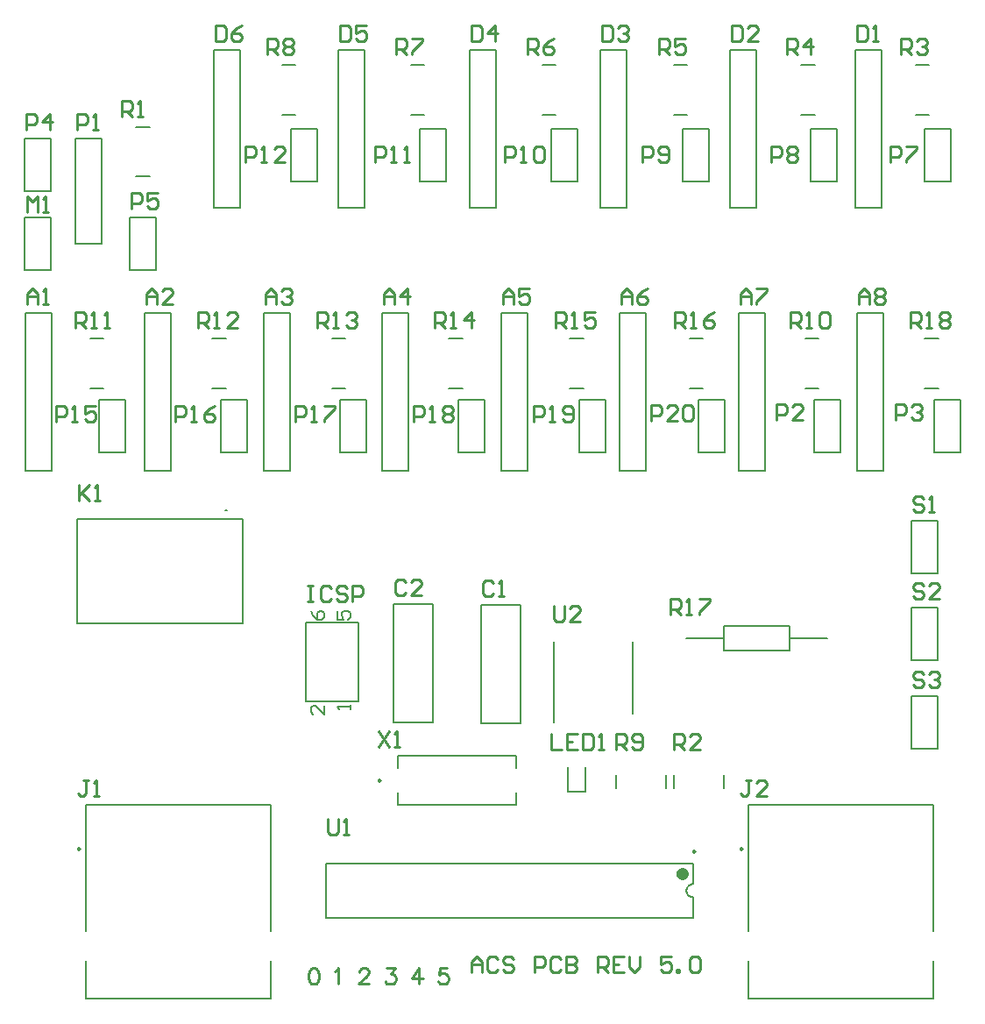
<source format=gto>
G04*
G04 #@! TF.GenerationSoftware,Altium Limited,Altium Designer,18.1.7 (191)*
G04*
G04 Layer_Color=65535*
%FSLAX25Y25*%
%MOIN*%
G70*
G01*
G75*
%ADD10C,0.00984*%
%ADD11C,0.02362*%
%ADD12C,0.00787*%
%ADD13C,0.00500*%
%ADD14C,0.01000*%
%ADD15C,0.00800*%
D10*
X285177Y57500D02*
X284439Y57926D01*
Y57074D01*
X285177Y57500D01*
X33177D02*
X32439Y57926D01*
Y57074D01*
X33177Y57500D01*
X267110Y56500D02*
X266372Y56926D01*
Y56074D01*
X267110Y56500D01*
X147268Y83500D02*
X146529Y83926D01*
Y83074D01*
X147268Y83500D01*
D11*
X263429Y47996D02*
X262984Y48919D01*
X261985Y49148D01*
X261184Y48509D01*
Y47484D01*
X261985Y46845D01*
X262984Y47073D01*
X263429Y47996D01*
D12*
X266185Y44000D02*
X265228Y43810D01*
X264417Y43268D01*
X263875Y42457D01*
X263685Y41500D01*
X263875Y40543D01*
X264417Y39732D01*
X265228Y39190D01*
X266185Y39000D01*
X89117Y186153D02*
X88395D01*
X89117D01*
X96846Y208000D02*
Y228000D01*
X86846D02*
X96846D01*
X86846Y208000D02*
Y228000D01*
Y208000D02*
X96846D01*
X142000D02*
Y228000D01*
X132000D02*
X142000D01*
X132000Y208000D02*
Y228000D01*
Y208000D02*
X142000D01*
X187000D02*
Y228000D01*
X177000D02*
X187000D01*
X177000Y208000D02*
Y228000D01*
Y208000D02*
X187000D01*
X233000D02*
Y228000D01*
X223000D02*
X233000D01*
X223000Y208000D02*
Y228000D01*
Y208000D02*
X233000D01*
X278500D02*
Y228000D01*
X268500D02*
X278500D01*
X268500Y208000D02*
Y228000D01*
Y208000D02*
X278500D01*
X322500D02*
Y228000D01*
X312500D02*
X322500D01*
X312500Y208000D02*
Y228000D01*
Y208000D02*
X322500D01*
X368000D02*
Y228000D01*
X358000D02*
X368000D01*
X358000Y208000D02*
Y228000D01*
Y208000D02*
X368000D01*
X50342D02*
Y228000D01*
X40342D02*
X50342D01*
X40342Y208000D02*
Y228000D01*
Y208000D02*
X50342D01*
X321000Y311000D02*
Y331000D01*
X311000D02*
X321000D01*
X311000Y311000D02*
Y331000D01*
Y311000D02*
X321000D01*
X364500D02*
Y331000D01*
X354500D02*
X364500D01*
X354500Y311000D02*
Y331000D01*
Y311000D02*
X364500D01*
X272500D02*
Y331000D01*
X262500D02*
X272500D01*
X262500Y311000D02*
Y331000D01*
Y311000D02*
X272500D01*
X222346D02*
Y331000D01*
X212346D02*
X222346D01*
X212346Y311000D02*
Y331000D01*
Y311000D02*
X222346D01*
X172500D02*
Y331000D01*
X162500D02*
X172500D01*
X162500Y311000D02*
Y331000D01*
Y311000D02*
X172500D01*
X123500D02*
Y331000D01*
X113500D02*
X123500D01*
X113500Y311000D02*
Y331000D01*
Y311000D02*
X123500D01*
X225248Y79150D02*
Y88500D01*
X218752Y79150D02*
X225248D01*
X218752D02*
Y88500D01*
X22000Y277500D02*
Y297500D01*
X12000D02*
X22000D01*
X12000Y277500D02*
Y297500D01*
Y277500D02*
X22000D01*
X357756Y26201D02*
Y73996D01*
Y492D02*
Y14783D01*
X287244Y492D02*
Y14783D01*
Y26201D02*
Y73996D01*
Y492D02*
X357756D01*
X287244Y73996D02*
X357756D01*
X105756Y26201D02*
Y73996D01*
Y492D02*
Y14783D01*
X35244Y492D02*
Y14783D01*
Y26201D02*
Y73996D01*
Y492D02*
X105756D01*
X35244Y73996D02*
X105756D01*
X31500Y287500D02*
X41500D01*
X31500D02*
Y327500D01*
X41500Y287500D02*
Y327500D01*
X31500D02*
X41500D01*
X126815Y31067D02*
Y51933D01*
X266185Y31067D02*
Y39000D01*
Y44000D02*
Y51933D01*
X126815Y31067D02*
X266185D01*
X126815Y51933D02*
X266185D01*
X12000Y307500D02*
X22000D01*
X12000D02*
Y327500D01*
X22000D01*
Y307500D02*
Y327500D01*
X52000Y277500D02*
X62000D01*
X52000D02*
Y297500D01*
X62000D01*
Y277500D02*
Y297500D01*
X213500Y105335D02*
Y136280D01*
X243500Y108720D02*
Y136280D01*
X302913Y137500D02*
X317283D01*
X263740D02*
X278110D01*
Y132972D02*
Y142028D01*
Y132972D02*
X302913D01*
Y142028D01*
X278110D02*
X302913D01*
X32004Y182685D02*
X94996D01*
X32004Y143315D02*
Y182685D01*
Y143315D02*
X94996D01*
Y182685D01*
X185732Y150000D02*
X200732D01*
Y105000D02*
Y150000D01*
X185732Y105000D02*
X200732D01*
X185732D02*
Y150000D01*
X84000Y361000D02*
X94000D01*
X84000Y301000D02*
X94000D01*
X84000D02*
Y361000D01*
X94000Y301000D02*
Y361000D01*
X131500D02*
X141500D01*
X131500Y301000D02*
X141500D01*
X131500D02*
Y361000D01*
X141500Y301000D02*
Y361000D01*
X181500D02*
X191500D01*
X181500Y301000D02*
X191500D01*
X181500D02*
Y361000D01*
X191500Y301000D02*
Y361000D01*
X231000D02*
X241000D01*
X231000Y301000D02*
X241000D01*
X231000D02*
Y361000D01*
X241000Y301000D02*
Y361000D01*
X280500D02*
X290500D01*
X280500Y301000D02*
X290500D01*
X280500D02*
Y361000D01*
X290500Y301000D02*
Y361000D01*
X328000D02*
X338000D01*
X328000Y301000D02*
X338000D01*
X328000D02*
Y361000D01*
X338000Y301000D02*
Y361000D01*
X154059Y74248D02*
X198941D01*
Y78972D01*
X154059Y74248D02*
Y78972D01*
Y88028D02*
Y92752D01*
X198941Y88028D02*
Y92752D01*
X154059D02*
X198941D01*
X152268Y150500D02*
X167268D01*
Y105500D02*
Y150500D01*
X152268Y105500D02*
X167268D01*
X152268D02*
Y150500D01*
X119000Y143500D02*
X139000D01*
X119000Y113500D02*
X139000D01*
X119000D02*
Y143500D01*
X139000Y113500D02*
Y143500D01*
Y124333D02*
Y143500D01*
X349500Y95500D02*
X359500D01*
X349500D02*
Y115500D01*
X359500D01*
Y95500D02*
Y115500D01*
X349500Y129000D02*
X359500D01*
X349500D02*
Y149000D01*
X359500D01*
Y129000D02*
Y149000D01*
X349500Y162000D02*
X359500D01*
X349500D02*
Y182000D01*
X359500D01*
Y162000D02*
Y182000D01*
X328804Y261039D02*
X338804D01*
X328804Y201039D02*
X338804D01*
X328804D02*
Y261039D01*
X338804Y201039D02*
Y261039D01*
X283618D02*
X293618D01*
X283618Y201039D02*
X293618D01*
X283618D02*
Y261039D01*
X293618Y201039D02*
Y261039D01*
X238432D02*
X248432D01*
X238432Y201039D02*
X248432D01*
X238432D02*
Y261039D01*
X248432Y201039D02*
Y261039D01*
X193245D02*
X203245D01*
X193245Y201039D02*
X203245D01*
X193245D02*
Y261039D01*
X203245Y201039D02*
Y261039D01*
X148059D02*
X158059D01*
X148059Y201039D02*
X158059D01*
X148059D02*
Y261039D01*
X158059Y201039D02*
Y261039D01*
X102873D02*
X112873D01*
X102873Y201039D02*
X112873D01*
X102873D02*
Y261039D01*
X112873Y201039D02*
Y261039D01*
X57686D02*
X67686D01*
X57686Y201039D02*
X67686D01*
X57686D02*
Y261039D01*
X67686Y201039D02*
Y261039D01*
X12500D02*
X22500D01*
X12500Y201039D02*
X22500D01*
X12500D02*
Y261039D01*
X22500Y201039D02*
Y261039D01*
D13*
X259130Y80480D02*
Y85520D01*
X277870Y80480D02*
Y85520D01*
X54480Y331870D02*
X59520D01*
X54480Y313130D02*
X59520D01*
X237130Y80480D02*
Y85520D01*
X255870Y80480D02*
Y85520D01*
X109980Y355370D02*
X115020D01*
X109980Y336630D02*
X115020D01*
X158980Y355370D02*
X164020D01*
X158980Y336630D02*
X164020D01*
X208980Y355370D02*
X214020D01*
X208980Y336630D02*
X214020D01*
X258980Y355370D02*
X264020D01*
X258980Y336630D02*
X264020D01*
X307480Y355370D02*
X312520D01*
X307480Y336630D02*
X312520D01*
X350984Y355370D02*
X356024D01*
X350984Y336630D02*
X356024D01*
X354480Y251370D02*
X359520D01*
X354480Y232630D02*
X359520D01*
X308980Y251370D02*
X314020D01*
X308980Y232630D02*
X314020D01*
X264980Y251370D02*
X270020D01*
X264980Y232630D02*
X270020D01*
X219480Y251370D02*
X224520D01*
X219480Y232630D02*
X224520D01*
X173480Y251370D02*
X178520D01*
X173480Y232630D02*
X178520D01*
X128980Y251370D02*
X134020D01*
X128980Y232630D02*
X134020D01*
X83480Y251370D02*
X88520D01*
X83480Y232630D02*
X88520D01*
X36976Y251370D02*
X42016D01*
X36976Y232630D02*
X42016D01*
D14*
X121714Y11999D02*
X120857Y11713D01*
X120286Y10856D01*
X120000Y9428D01*
Y8571D01*
X120286Y7143D01*
X120857Y6286D01*
X121714Y6000D01*
X122285D01*
X123142Y6286D01*
X123714Y7143D01*
X123999Y8571D01*
Y9428D01*
X123714Y10856D01*
X123142Y11713D01*
X122285Y11999D01*
X121714D01*
X130055Y10856D02*
X130626Y11142D01*
X131483Y11999D01*
Y6000D01*
X139453Y10570D02*
Y10856D01*
X139739Y11427D01*
X140024Y11713D01*
X140596Y11999D01*
X141738D01*
X142309Y11713D01*
X142595Y11427D01*
X142881Y10856D01*
Y10285D01*
X142595Y9713D01*
X142024Y8856D01*
X139167Y6000D01*
X143166D01*
X149794Y11999D02*
X152936D01*
X151222Y9713D01*
X152079D01*
X152650Y9428D01*
X152936Y9142D01*
X153221Y8285D01*
Y7714D01*
X152936Y6857D01*
X152365Y6286D01*
X151507Y6000D01*
X150651D01*
X149794Y6286D01*
X149508Y6571D01*
X149222Y7143D01*
X162134Y11999D02*
X159277Y8000D01*
X163562D01*
X162134Y11999D02*
Y6000D01*
X172760Y11999D02*
X169904D01*
X169618Y9428D01*
X169904Y9713D01*
X170761Y9999D01*
X171617D01*
X172475Y9713D01*
X173046Y9142D01*
X173331Y8285D01*
Y7714D01*
X173046Y6857D01*
X172475Y6286D01*
X171617Y6000D01*
X170761D01*
X169904Y6286D01*
X169618Y6571D01*
X169332Y7143D01*
X182000Y10500D02*
Y14499D01*
X183999Y16498D01*
X185999Y14499D01*
Y10500D01*
Y13499D01*
X182000D01*
X191997Y15498D02*
X190997Y16498D01*
X188998D01*
X187998Y15498D01*
Y11500D01*
X188998Y10500D01*
X190997D01*
X191997Y11500D01*
X197995Y15498D02*
X196995Y16498D01*
X194996D01*
X193996Y15498D01*
Y14499D01*
X194996Y13499D01*
X196995D01*
X197995Y12499D01*
Y11500D01*
X196995Y10500D01*
X194996D01*
X193996Y11500D01*
X205992Y10500D02*
Y16498D01*
X208991D01*
X209991Y15498D01*
Y13499D01*
X208991Y12499D01*
X205992D01*
X215989Y15498D02*
X214989Y16498D01*
X212990D01*
X211990Y15498D01*
Y11500D01*
X212990Y10500D01*
X214989D01*
X215989Y11500D01*
X217988Y16498D02*
Y10500D01*
X220987D01*
X221987Y11500D01*
Y12499D01*
X220987Y13499D01*
X217988D01*
X220987D01*
X221987Y14499D01*
Y15498D01*
X220987Y16498D01*
X217988D01*
X229984Y10500D02*
Y16498D01*
X232983D01*
X233983Y15498D01*
Y13499D01*
X232983Y12499D01*
X229984D01*
X231984D02*
X233983Y10500D01*
X239981Y16498D02*
X235982D01*
Y10500D01*
X239981D01*
X235982Y13499D02*
X237982D01*
X241981Y16498D02*
Y12499D01*
X243980Y10500D01*
X245979Y12499D01*
Y16498D01*
X257975D02*
X253977D01*
Y13499D01*
X255976Y14499D01*
X256976D01*
X257975Y13499D01*
Y11500D01*
X256976Y10500D01*
X254976D01*
X253977Y11500D01*
X259975Y10500D02*
Y11500D01*
X260975D01*
Y10500D01*
X259975D01*
X264973Y15498D02*
X265973Y16498D01*
X267972D01*
X268972Y15498D01*
Y11500D01*
X267972Y10500D01*
X265973D01*
X264973Y11500D01*
Y15498D01*
X69500Y219961D02*
Y225959D01*
X72499D01*
X73499Y224959D01*
Y222960D01*
X72499Y221960D01*
X69500D01*
X75498Y219961D02*
X77497D01*
X76498D01*
Y225959D01*
X75498Y224959D01*
X84495Y225959D02*
X82496Y224959D01*
X80496Y222960D01*
Y220960D01*
X81496Y219961D01*
X83495D01*
X84495Y220960D01*
Y221960D01*
X83495Y222960D01*
X80496D01*
X115000Y219961D02*
Y225959D01*
X117999D01*
X118999Y224959D01*
Y222960D01*
X117999Y221960D01*
X115000D01*
X120998Y219961D02*
X122997D01*
X121998D01*
Y225959D01*
X120998Y224959D01*
X125996Y225959D02*
X129995D01*
Y224959D01*
X125996Y220960D01*
Y219961D01*
X160000D02*
Y225959D01*
X162999D01*
X163999Y224959D01*
Y222960D01*
X162999Y221960D01*
X160000D01*
X165998Y219961D02*
X167997D01*
X166998D01*
Y225959D01*
X165998Y224959D01*
X170996D02*
X171996Y225959D01*
X173995D01*
X174995Y224959D01*
Y223959D01*
X173995Y222960D01*
X174995Y221960D01*
Y220960D01*
X173995Y219961D01*
X171996D01*
X170996Y220960D01*
Y221960D01*
X171996Y222960D01*
X170996Y223959D01*
Y224959D01*
X171996Y222960D02*
X173995D01*
X205654Y219961D02*
Y225959D01*
X208653D01*
X209652Y224959D01*
Y222960D01*
X208653Y221960D01*
X205654D01*
X211652Y219961D02*
X213651D01*
X212651D01*
Y225959D01*
X211652Y224959D01*
X216650Y220960D02*
X217650Y219961D01*
X219649D01*
X220649Y220960D01*
Y224959D01*
X219649Y225959D01*
X217650D01*
X216650Y224959D01*
Y223959D01*
X217650Y222960D01*
X220649D01*
X250500Y220000D02*
Y225998D01*
X253499D01*
X254499Y224998D01*
Y222999D01*
X253499Y221999D01*
X250500D01*
X260497Y220000D02*
X256498D01*
X260497Y223999D01*
Y224998D01*
X259497Y225998D01*
X257498D01*
X256498Y224998D01*
X262496D02*
X263496Y225998D01*
X265495D01*
X266495Y224998D01*
Y221000D01*
X265495Y220000D01*
X263496D01*
X262496Y221000D01*
Y224998D01*
X298000Y220500D02*
Y226498D01*
X300999D01*
X301999Y225498D01*
Y223499D01*
X300999Y222499D01*
X298000D01*
X307997Y220500D02*
X303998D01*
X307997Y224499D01*
Y225498D01*
X306997Y226498D01*
X304998D01*
X303998Y225498D01*
X343500Y220500D02*
Y226498D01*
X346499D01*
X347499Y225498D01*
Y223499D01*
X346499Y222499D01*
X343500D01*
X349498Y225498D02*
X350498Y226498D01*
X352497D01*
X353497Y225498D01*
Y224499D01*
X352497Y223499D01*
X351497D01*
X352497D01*
X353497Y222499D01*
Y221500D01*
X352497Y220500D01*
X350498D01*
X349498Y221500D01*
X24000Y219961D02*
Y225959D01*
X26999D01*
X27999Y224959D01*
Y222960D01*
X26999Y221960D01*
X24000D01*
X29998Y219961D02*
X31997D01*
X30998D01*
Y225959D01*
X29998Y224959D01*
X38995Y225959D02*
X34996D01*
Y222960D01*
X36996Y223959D01*
X37995D01*
X38995Y222960D01*
Y220960D01*
X37995Y219961D01*
X35996D01*
X34996Y220960D01*
X296000Y318500D02*
Y324498D01*
X298999D01*
X299999Y323498D01*
Y321499D01*
X298999Y320499D01*
X296000D01*
X301998Y323498D02*
X302998Y324498D01*
X304997D01*
X305997Y323498D01*
Y322499D01*
X304997Y321499D01*
X305997Y320499D01*
Y319500D01*
X304997Y318500D01*
X302998D01*
X301998Y319500D01*
Y320499D01*
X302998Y321499D01*
X301998Y322499D01*
Y323498D01*
X302998Y321499D02*
X304997D01*
X341500Y318500D02*
Y324498D01*
X344499D01*
X345499Y323498D01*
Y321499D01*
X344499Y320499D01*
X341500D01*
X347498Y324498D02*
X351497D01*
Y323498D01*
X347498Y319500D01*
Y318500D01*
X247000D02*
Y324498D01*
X249999D01*
X250999Y323498D01*
Y321499D01*
X249999Y320499D01*
X247000D01*
X252998Y319500D02*
X253998Y318500D01*
X255997D01*
X256997Y319500D01*
Y323498D01*
X255997Y324498D01*
X253998D01*
X252998Y323498D01*
Y322499D01*
X253998Y321499D01*
X256997D01*
X194846Y318500D02*
Y324498D01*
X197845D01*
X198845Y323498D01*
Y321499D01*
X197845Y320499D01*
X194846D01*
X200845Y318500D02*
X202844D01*
X201844D01*
Y324498D01*
X200845Y323498D01*
X205843D02*
X206842Y324498D01*
X208842D01*
X209842Y323498D01*
Y319500D01*
X208842Y318500D01*
X206842D01*
X205843Y319500D01*
Y323498D01*
X145500Y318500D02*
Y324498D01*
X148499D01*
X149499Y323498D01*
Y321499D01*
X148499Y320499D01*
X145500D01*
X151498Y318500D02*
X153497D01*
X152498D01*
Y324498D01*
X151498Y323498D01*
X156496Y318500D02*
X158496D01*
X157496D01*
Y324498D01*
X156496Y323498D01*
X96000Y318500D02*
Y324498D01*
X98999D01*
X99999Y323498D01*
Y321499D01*
X98999Y320499D01*
X96000D01*
X101998Y318500D02*
X103997D01*
X102998D01*
Y324498D01*
X101998Y323498D01*
X110995Y318500D02*
X106996D01*
X110995Y322499D01*
Y323498D01*
X109995Y324498D01*
X107996D01*
X106996Y323498D01*
X212500Y100998D02*
Y95000D01*
X216499D01*
X222497Y100998D02*
X218498D01*
Y95000D01*
X222497D01*
X218498Y97999D02*
X220497D01*
X224496Y100998D02*
Y95000D01*
X227495D01*
X228495Y96000D01*
Y99998D01*
X227495Y100998D01*
X224496D01*
X230494Y95000D02*
X232493D01*
X231494D01*
Y100998D01*
X230494Y99998D01*
X13000Y299500D02*
Y305498D01*
X14999Y303499D01*
X16999Y305498D01*
Y299500D01*
X18998D02*
X20997D01*
X19998D01*
Y305498D01*
X18998Y304498D01*
X259100Y95000D02*
Y100998D01*
X262099D01*
X263099Y99998D01*
Y97999D01*
X262099Y96999D01*
X259100D01*
X261099D02*
X263099Y95000D01*
X269097D02*
X265098D01*
X269097Y98999D01*
Y99998D01*
X268097Y100998D01*
X266098D01*
X265098Y99998D01*
X349000Y255400D02*
Y261398D01*
X351999D01*
X352999Y260398D01*
Y258399D01*
X351999Y257399D01*
X349000D01*
X350999D02*
X352999Y255400D01*
X354998D02*
X356997D01*
X355998D01*
Y261398D01*
X354998Y260398D01*
X359996D02*
X360996Y261398D01*
X362996D01*
X363995Y260398D01*
Y259399D01*
X362996Y258399D01*
X363995Y257399D01*
Y256400D01*
X362996Y255400D01*
X360996D01*
X359996Y256400D01*
Y257399D01*
X360996Y258399D01*
X359996Y259399D01*
Y260398D01*
X360996Y258399D02*
X362996D01*
X259500Y255400D02*
Y261398D01*
X262499D01*
X263499Y260398D01*
Y258399D01*
X262499Y257399D01*
X259500D01*
X261499D02*
X263499Y255400D01*
X265498D02*
X267497D01*
X266498D01*
Y261398D01*
X265498Y260398D01*
X274495Y261398D02*
X272496Y260398D01*
X270496Y258399D01*
Y256400D01*
X271496Y255400D01*
X273496D01*
X274495Y256400D01*
Y257399D01*
X273496Y258399D01*
X270496D01*
X214000Y255400D02*
Y261398D01*
X216999D01*
X217999Y260398D01*
Y258399D01*
X216999Y257399D01*
X214000D01*
X215999D02*
X217999Y255400D01*
X219998D02*
X221997D01*
X220998D01*
Y261398D01*
X219998Y260398D01*
X228995Y261398D02*
X224996D01*
Y258399D01*
X226996Y259399D01*
X227995D01*
X228995Y258399D01*
Y256400D01*
X227995Y255400D01*
X225996D01*
X224996Y256400D01*
X168000Y255400D02*
Y261398D01*
X170999D01*
X171999Y260398D01*
Y258399D01*
X170999Y257399D01*
X168000D01*
X169999D02*
X171999Y255400D01*
X173998D02*
X175997D01*
X174998D01*
Y261398D01*
X173998Y260398D01*
X181995Y255400D02*
Y261398D01*
X178996Y258399D01*
X182995D01*
X123500Y255400D02*
Y261398D01*
X126499D01*
X127499Y260398D01*
Y258399D01*
X126499Y257399D01*
X123500D01*
X125499D02*
X127499Y255400D01*
X129498D02*
X131497D01*
X130498D01*
Y261398D01*
X129498Y260398D01*
X134496D02*
X135496Y261398D01*
X137496D01*
X138495Y260398D01*
Y259399D01*
X137496Y258399D01*
X136496D01*
X137496D01*
X138495Y257399D01*
Y256400D01*
X137496Y255400D01*
X135496D01*
X134496Y256400D01*
X78000Y255400D02*
Y261398D01*
X80999D01*
X81999Y260398D01*
Y258399D01*
X80999Y257399D01*
X78000D01*
X79999D02*
X81999Y255400D01*
X83998D02*
X85997D01*
X84998D01*
Y261398D01*
X83998Y260398D01*
X92995Y255400D02*
X88996D01*
X92995Y259399D01*
Y260398D01*
X91996Y261398D01*
X89996D01*
X88996Y260398D01*
X31496Y255400D02*
Y261398D01*
X34495D01*
X35495Y260398D01*
Y258399D01*
X34495Y257399D01*
X31496D01*
X33495D02*
X35495Y255400D01*
X37494D02*
X39493D01*
X38494D01*
Y261398D01*
X37494Y260398D01*
X42492Y255400D02*
X44492D01*
X43492D01*
Y261398D01*
X42492Y260398D01*
X303500Y255400D02*
Y261398D01*
X306499D01*
X307499Y260398D01*
Y258399D01*
X306499Y257399D01*
X303500D01*
X305499D02*
X307499Y255400D01*
X309498D02*
X311497D01*
X310498D01*
Y261398D01*
X309498Y260398D01*
X314496D02*
X315496Y261398D01*
X317495D01*
X318495Y260398D01*
Y256400D01*
X317495Y255400D01*
X315496D01*
X314496Y256400D01*
Y260398D01*
X237100Y95000D02*
Y100998D01*
X240099D01*
X241099Y99998D01*
Y97999D01*
X240099Y96999D01*
X237100D01*
X239099D02*
X241099Y95000D01*
X243098Y96000D02*
X244098Y95000D01*
X246097D01*
X247097Y96000D01*
Y99998D01*
X246097Y100998D01*
X244098D01*
X243098Y99998D01*
Y98999D01*
X244098Y97999D01*
X247097D01*
X104500Y359400D02*
Y365398D01*
X107499D01*
X108499Y364398D01*
Y362399D01*
X107499Y361399D01*
X104500D01*
X106499D02*
X108499Y359400D01*
X110498Y364398D02*
X111498Y365398D01*
X113497D01*
X114497Y364398D01*
Y363399D01*
X113497Y362399D01*
X114497Y361399D01*
Y360400D01*
X113497Y359400D01*
X111498D01*
X110498Y360400D01*
Y361399D01*
X111498Y362399D01*
X110498Y363399D01*
Y364398D01*
X111498Y362399D02*
X113497D01*
X153500Y359400D02*
Y365398D01*
X156499D01*
X157499Y364398D01*
Y362399D01*
X156499Y361399D01*
X153500D01*
X155499D02*
X157499Y359400D01*
X159498Y365398D02*
X163497D01*
Y364398D01*
X159498Y360400D01*
Y359400D01*
X203500D02*
Y365398D01*
X206499D01*
X207499Y364398D01*
Y362399D01*
X206499Y361399D01*
X203500D01*
X205499D02*
X207499Y359400D01*
X213497Y365398D02*
X211497Y364398D01*
X209498Y362399D01*
Y360400D01*
X210498Y359400D01*
X212497D01*
X213497Y360400D01*
Y361399D01*
X212497Y362399D01*
X209498D01*
X253500Y359400D02*
Y365398D01*
X256499D01*
X257499Y364398D01*
Y362399D01*
X256499Y361399D01*
X253500D01*
X255499D02*
X257499Y359400D01*
X263497Y365398D02*
X259498D01*
Y362399D01*
X261497Y363399D01*
X262497D01*
X263497Y362399D01*
Y360400D01*
X262497Y359400D01*
X260498D01*
X259498Y360400D01*
X302000Y359400D02*
Y365398D01*
X304999D01*
X305999Y364398D01*
Y362399D01*
X304999Y361399D01*
X302000D01*
X303999D02*
X305999Y359400D01*
X310997D02*
Y365398D01*
X307998Y362399D01*
X311997D01*
X345504Y359400D02*
Y365398D01*
X348503D01*
X349503Y364398D01*
Y362399D01*
X348503Y361399D01*
X345504D01*
X347503D02*
X349503Y359400D01*
X351502Y364398D02*
X352502Y365398D01*
X354501D01*
X355501Y364398D01*
Y363399D01*
X354501Y362399D01*
X353501D01*
X354501D01*
X355501Y361399D01*
Y360400D01*
X354501Y359400D01*
X352502D01*
X351502Y360400D01*
X49000Y335900D02*
Y341898D01*
X51999D01*
X52999Y340898D01*
Y338899D01*
X51999Y337899D01*
X49000D01*
X50999D02*
X52999Y335900D01*
X54998D02*
X56997D01*
X55998D01*
Y341898D01*
X54998Y340898D01*
X146800Y102198D02*
X150799Y96200D01*
Y102198D02*
X146800Y96200D01*
X152798D02*
X154797D01*
X153798D01*
Y102198D01*
X152798Y101198D01*
X213400Y149698D02*
Y144700D01*
X214400Y143700D01*
X216399D01*
X217399Y144700D01*
Y149698D01*
X223397Y143700D02*
X219398D01*
X223397Y147699D01*
Y148698D01*
X222397Y149698D01*
X220398D01*
X219398Y148698D01*
X127400Y68898D02*
Y63900D01*
X128400Y62900D01*
X130399D01*
X131399Y63900D01*
Y68898D01*
X133398Y62900D02*
X135397D01*
X134398D01*
Y68898D01*
X133398Y67898D01*
X354099Y123898D02*
X353099Y124898D01*
X351100D01*
X350100Y123898D01*
Y122899D01*
X351100Y121899D01*
X353099D01*
X354099Y120899D01*
Y119900D01*
X353099Y118900D01*
X351100D01*
X350100Y119900D01*
X356098Y123898D02*
X357098Y124898D01*
X359097D01*
X360097Y123898D01*
Y122899D01*
X359097Y121899D01*
X358097D01*
X359097D01*
X360097Y120899D01*
Y119900D01*
X359097Y118900D01*
X357098D01*
X356098Y119900D01*
X354099Y157398D02*
X353099Y158398D01*
X351100D01*
X350100Y157398D01*
Y156399D01*
X351100Y155399D01*
X353099D01*
X354099Y154399D01*
Y153400D01*
X353099Y152400D01*
X351100D01*
X350100Y153400D01*
X360097Y152400D02*
X356098D01*
X360097Y156399D01*
Y157398D01*
X359097Y158398D01*
X357098D01*
X356098Y157398D01*
X354099Y190398D02*
X353099Y191398D01*
X351100D01*
X350100Y190398D01*
Y189399D01*
X351100Y188399D01*
X353099D01*
X354099Y187399D01*
Y186400D01*
X353099Y185400D01*
X351100D01*
X350100Y186400D01*
X356098Y185400D02*
X358097D01*
X357098D01*
Y191398D01*
X356098Y190398D01*
X257600Y146500D02*
Y152498D01*
X260599D01*
X261599Y151498D01*
Y149499D01*
X260599Y148499D01*
X257600D01*
X259599D02*
X261599Y146500D01*
X263598D02*
X265597D01*
X264598D01*
Y152498D01*
X263598Y151498D01*
X268596Y152498D02*
X272595D01*
Y151498D01*
X268596Y147500D01*
Y146500D01*
X52600Y300900D02*
Y306898D01*
X55599D01*
X56599Y305898D01*
Y303899D01*
X55599Y302899D01*
X52600D01*
X62597Y306898D02*
X58598D01*
Y303899D01*
X60597Y304899D01*
X61597D01*
X62597Y303899D01*
Y301900D01*
X61597Y300900D01*
X59598D01*
X58598Y301900D01*
X12600Y330900D02*
Y336898D01*
X15599D01*
X16599Y335898D01*
Y333899D01*
X15599Y332899D01*
X12600D01*
X21597Y330900D02*
Y336898D01*
X18598Y333899D01*
X22597D01*
X32150Y330850D02*
Y336848D01*
X35149D01*
X36149Y335848D01*
Y333849D01*
X35149Y332849D01*
X32150D01*
X38148Y330850D02*
X40147D01*
X39148D01*
Y336848D01*
X38148Y335848D01*
X32600Y195898D02*
Y189900D01*
Y191899D01*
X36599Y195898D01*
X33600Y192899D01*
X36599Y189900D01*
X38598D02*
X40597D01*
X39598D01*
Y195898D01*
X38598Y194898D01*
X288299Y83498D02*
X286299D01*
X287299D01*
Y78500D01*
X286299Y77500D01*
X285300D01*
X284300Y78500D01*
X294297Y77500D02*
X290298D01*
X294297Y81499D01*
Y82498D01*
X293297Y83498D01*
X291298D01*
X290298Y82498D01*
X36299Y83498D02*
X34299D01*
X35299D01*
Y78500D01*
X34299Y77500D01*
X33300D01*
X32300Y78500D01*
X38298Y77500D02*
X40297D01*
X39298D01*
Y83498D01*
X38298Y82498D01*
X119650Y157648D02*
X121649D01*
X120650D01*
Y151650D01*
X119650D01*
X121649D01*
X128647Y156648D02*
X127647Y157648D01*
X125648D01*
X124648Y156648D01*
Y152650D01*
X125648Y151650D01*
X127647D01*
X128647Y152650D01*
X134645Y156648D02*
X133645Y157648D01*
X131646D01*
X130646Y156648D01*
Y155649D01*
X131646Y154649D01*
X133645D01*
X134645Y153649D01*
Y152650D01*
X133645Y151650D01*
X131646D01*
X130646Y152650D01*
X136644Y151650D02*
Y157648D01*
X139644D01*
X140643Y156648D01*
Y154649D01*
X139644Y153649D01*
X136644D01*
X84650Y370348D02*
Y364350D01*
X87649D01*
X88649Y365350D01*
Y369348D01*
X87649Y370348D01*
X84650D01*
X94647D02*
X92647Y369348D01*
X90648Y367349D01*
Y365350D01*
X91648Y364350D01*
X93647D01*
X94647Y365350D01*
Y366349D01*
X93647Y367349D01*
X90648D01*
X132150Y370348D02*
Y364350D01*
X135149D01*
X136149Y365350D01*
Y369348D01*
X135149Y370348D01*
X132150D01*
X142147D02*
X138148D01*
Y367349D01*
X140147Y368349D01*
X141147D01*
X142147Y367349D01*
Y365350D01*
X141147Y364350D01*
X139148D01*
X138148Y365350D01*
X182150Y370348D02*
Y364350D01*
X185149D01*
X186149Y365350D01*
Y369348D01*
X185149Y370348D01*
X182150D01*
X191147Y364350D02*
Y370348D01*
X188148Y367349D01*
X192147D01*
X231650Y370348D02*
Y364350D01*
X234649D01*
X235649Y365350D01*
Y369348D01*
X234649Y370348D01*
X231650D01*
X237648Y369348D02*
X238648Y370348D01*
X240647D01*
X241647Y369348D01*
Y368349D01*
X240647Y367349D01*
X239647D01*
X240647D01*
X241647Y366349D01*
Y365350D01*
X240647Y364350D01*
X238648D01*
X237648Y365350D01*
X281150Y370348D02*
Y364350D01*
X284149D01*
X285149Y365350D01*
Y369348D01*
X284149Y370348D01*
X281150D01*
X291147Y364350D02*
X287148D01*
X291147Y368349D01*
Y369348D01*
X290147Y370348D01*
X288148D01*
X287148Y369348D01*
X328650Y370348D02*
Y364350D01*
X331649D01*
X332649Y365350D01*
Y369348D01*
X331649Y370348D01*
X328650D01*
X334648Y364350D02*
X336647D01*
X335648D01*
Y370348D01*
X334648Y369348D01*
X156916Y158848D02*
X155917Y159848D01*
X153918D01*
X152918Y158848D01*
Y154850D01*
X153918Y153850D01*
X155917D01*
X156916Y154850D01*
X162915Y153850D02*
X158916D01*
X162915Y157849D01*
Y158848D01*
X161915Y159848D01*
X159915D01*
X158916Y158848D01*
X190381Y158348D02*
X189381Y159348D01*
X187382D01*
X186382Y158348D01*
Y154350D01*
X187382Y153350D01*
X189381D01*
X190381Y154350D01*
X192380Y153350D02*
X194380D01*
X193380D01*
Y159348D01*
X192380Y158348D01*
X329454Y264389D02*
Y268388D01*
X331454Y270387D01*
X333453Y268388D01*
Y264389D01*
Y267388D01*
X329454D01*
X335452Y269388D02*
X336452Y270387D01*
X338452D01*
X339451Y269388D01*
Y268388D01*
X338452Y267388D01*
X339451Y266389D01*
Y265389D01*
X338452Y264389D01*
X336452D01*
X335452Y265389D01*
Y266389D01*
X336452Y267388D01*
X335452Y268388D01*
Y269388D01*
X336452Y267388D02*
X338452D01*
X284268Y264389D02*
Y268388D01*
X286267Y270387D01*
X288267Y268388D01*
Y264389D01*
Y267388D01*
X284268D01*
X290266Y270387D02*
X294265D01*
Y269388D01*
X290266Y265389D01*
Y264389D01*
X239082D02*
Y268388D01*
X241081Y270387D01*
X243080Y268388D01*
Y264389D01*
Y267388D01*
X239082D01*
X249078Y270387D02*
X247079Y269388D01*
X245080Y267388D01*
Y265389D01*
X246079Y264389D01*
X248079D01*
X249078Y265389D01*
Y266389D01*
X248079Y267388D01*
X245080D01*
X193895Y264389D02*
Y268388D01*
X195895Y270387D01*
X197894Y268388D01*
Y264389D01*
Y267388D01*
X193895D01*
X203892Y270387D02*
X199893D01*
Y267388D01*
X201893Y268388D01*
X202892D01*
X203892Y267388D01*
Y265389D01*
X202892Y264389D01*
X200893D01*
X199893Y265389D01*
X148709Y264389D02*
Y268388D01*
X150708Y270387D01*
X152708Y268388D01*
Y264389D01*
Y267388D01*
X148709D01*
X157706Y264389D02*
Y270387D01*
X154707Y267388D01*
X158706D01*
X103523Y264389D02*
Y268388D01*
X105522Y270387D01*
X107521Y268388D01*
Y264389D01*
Y267388D01*
X103523D01*
X109521Y269388D02*
X110520Y270387D01*
X112520D01*
X113520Y269388D01*
Y268388D01*
X112520Y267388D01*
X111520D01*
X112520D01*
X113520Y266389D01*
Y265389D01*
X112520Y264389D01*
X110520D01*
X109521Y265389D01*
X58336Y264389D02*
Y268388D01*
X60336Y270387D01*
X62335Y268388D01*
Y264389D01*
Y267388D01*
X58336D01*
X68333Y264389D02*
X64334D01*
X68333Y268388D01*
Y269388D01*
X67333Y270387D01*
X65334D01*
X64334Y269388D01*
X13150Y264389D02*
Y268388D01*
X15149Y270387D01*
X17149Y268388D01*
Y264389D01*
Y267388D01*
X13150D01*
X19148Y264389D02*
X21147D01*
X20148D01*
Y270387D01*
X19148Y269388D01*
D15*
X121002Y147832D02*
X121835Y146166D01*
X123501Y144500D01*
X125167D01*
X126000Y145333D01*
Y146999D01*
X125167Y147832D01*
X124334D01*
X123501Y146999D01*
Y144500D01*
X131002Y147832D02*
Y144500D01*
X133501D01*
X132668Y146166D01*
Y146999D01*
X133501Y147832D01*
X135167D01*
X136000Y146999D01*
Y145333D01*
X135167Y144500D01*
X126000Y111832D02*
Y108500D01*
X122668Y111832D01*
X121835D01*
X121002Y110999D01*
Y109333D01*
X121835Y108500D01*
X136000Y110500D02*
Y112166D01*
Y111333D01*
X131002D01*
X131835Y110500D01*
M02*

</source>
